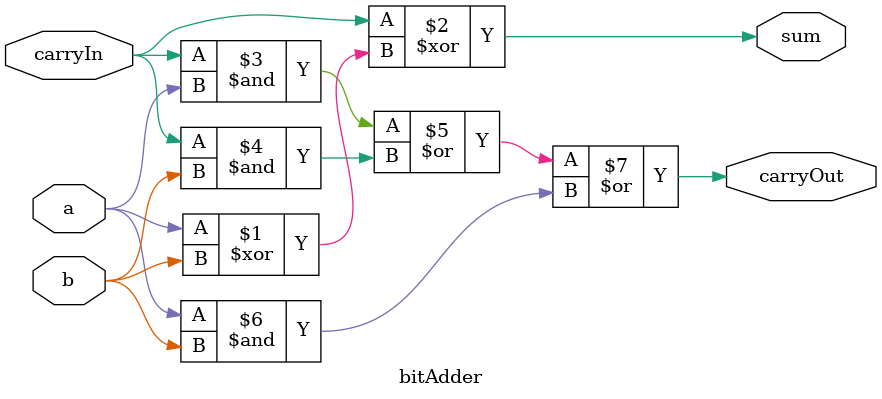
<source format=v>
module bitAdder (a, b, carryIn, carryOut, sum);

// pg. 653 on the txtbook, pg. 50 in verilog book

input a, b, carryIn;
output sum, carryOut;

assign sum = carryIn ^ (a ^ b);
assign carryOut = (carryIn & a) | (carryIn & b) | (a & b);

  
endmodule
</source>
